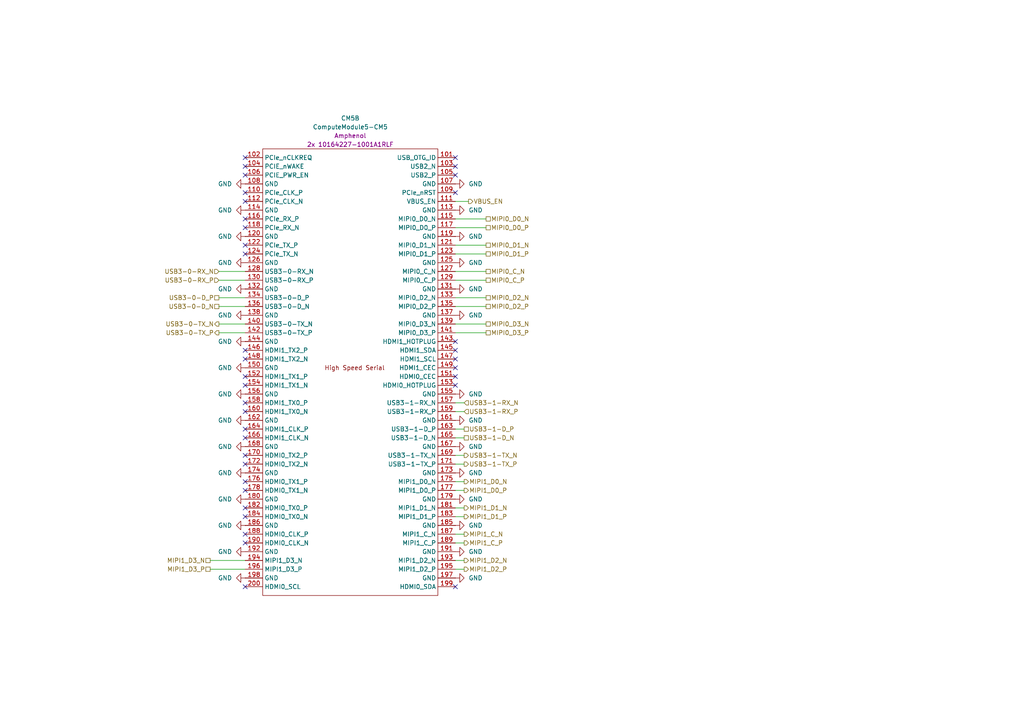
<source format=kicad_sch>
(kicad_sch (version 20250114) (generator "eeschema") (generator_version "9.0")
  (paper "A4")
  (title_block (title "BETA MAIN BOARD - CM5 - High Speed Interface"))
  (lib_symbols
    (symbol "CM5IO:ComputeModule5-CM5"
      (property "Reference" "Module" (at 113.03 -68.58 0))
      (property "Value" "ComputeModule5-CM5" (at 140.97 2.54 0))
      (property "Field4" "Amphenol" (at 0 0 0))
      (property "Field5" "2x 10164227-1001A1RLF" (at 0 -2.54 0))
      (symbol "ComputeModule5-CM5_1_0"
        (text "GPIO" (at 0 6.35 0) (effects (font (size 1.27 1.27))))
      )
      (symbol "ComputeModule5-CM5_1_1"
        (rectangle (start -30.48 -71.12) (end 25.4 58.42))
        (text "600mA Max" (at -8.89 -48.26 0) (effects (font (size 1.27 1.27))))
        (text "600mA Max" (at -8.89 -53.34 0) (effects (font (size 1.27 1.27))))
        (text "NB SD signals are only available" (at -1.27 -27.94 0) (effects (font (size 1.27 1.27))))
        (text "on modules without eMMC" (at -1.27 -30.48 0) (effects (font (size 1.27 1.27))))
        (pin power_in line (at -33.02 55.88 0) (length 2.54) (name "GND") (number "2"))
        (pin passive line (at -33.02 53.34 0) (length 2.54) (name "Ethernet_Pair1_P") (number "4"))
        (pin passive line (at -33.02 50.8 0) (length 2.54) (name "Ethernet_Pair1_N") (number "6"))
        (pin power_in line (at -33.02 48.26 0) (length 2.54) (name "GND") (number "8"))
        (pin passive line (at -33.02 45.72 0) (length 2.54) (name "Ethernet_Pair0_N") (number "10"))
        (pin passive line (at -33.02 43.18 0) (length 2.54) (name "Ethernet_Pair0_P") (number "12"))
        (pin power_in line (at -33.02 40.64 0) (length 2.54) (name "GND") (number "14"))
        (pin input line (at -33.02 38.1 0) (length 2.54) (name "FAN_TACHO") (number "16"))
        (pin input line (at -33.02 35.56 0) (length 2.54) (name "Ethernet_SYNC_OUT(3.3v)") (number "18"))
        (pin passive line (at -33.02 33.02 0) (length 2.54) (name "EEPROM_nWP") (number "20"))
        (pin power_in line (at -33.02 30.48 0) (length 2.54) (name "GND") (number "22"))
        (pin passive line (at -33.02 27.94 0) (length 2.54) (name "GPIO26") (number "24"))
        (pin passive line (at -33.02 25.4 0) (length 2.54) (name "GPIO19") (number "26"))
        (pin passive line (at -33.02 22.86 0) (length 2.54) (name "GPIO13") (number "28"))
        (pin passive line (at -33.02 20.32 0) (length 2.54) (name "GPIO6") (number "30"))
        (pin power_in line (at -33.02 17.78 0) (length 2.54) (name "GND") (number "32"))
        (pin passive line (at -33.02 15.24 0) (length 2.54) (name "GPIO5") (number "34"))
        (pin passive line (at -33.02 12.7 0) (length 2.54) (name "ID_SD") (number "36"))
        (pin passive line (at -33.02 10.16 0) (length 2.54) (name "GPIO11") (number "38"))
        (pin passive line (at -33.02 7.62 0) (length 2.54) (name "GPIO9") (number "40"))
        (pin power_in line (at -33.02 5.08 0) (length 2.54) (name "GND") (number "42"))
        (pin passive line (at -33.02 2.54 0) (length 2.54) (name "GPIO10") (number "44"))
        (pin passive line (at -33.02 0 0) (length 2.54) (name "GPIO22") (number "46"))
        (pin passive line (at -33.02 -2.54 0) (length 2.54) (name "GPIO27") (number "48"))
        (pin passive line (at -33.02 -5.08 0) (length 2.54) (name "GPIO17") (number "50"))
        (pin power_in line (at -33.02 -7.62 0) (length 2.54) (name "GND") (number "52"))
        (pin passive line (at -33.02 -10.16 0) (length 2.54) (name "GPIO4") (number "54"))
        (pin passive line (at -33.02 -12.7 0) (length 2.54) (name "GPIO3") (number "56"))
        (pin passive line (at -33.02 -15.24 0) (length 2.54) (name "GPIO2") (number "58"))
        (pin power_in line (at -33.02 -17.78 0) (length 2.54) (name "GND") (number "60"))
        (pin passive line (at -33.02 -20.32 0) (length 2.54) (name "SD_CMD") (number "62"))
        (pin passive line (at -33.02 -22.86 0) (length 2.54) (name "SD_DAT5") (number "64"))
        (pin power_in line (at -33.02 -25.4 0) (length 2.54) (name "GND") (number "66"))
        (pin passive line (at -33.02 -27.94 0) (length 2.54) (name "SD_DAT4") (number "68"))
        (pin passive line (at -33.02 -30.48 0) (length 2.54) (name "SD_DAT7") (number "70"))
        (pin passive line (at -33.02 -33.02 0) (length 2.54) (name "SD_DAT6") (number "72"))
        (pin power_in line (at -33.02 -35.56 0) (length 2.54) (name "GND") (number "74"))
        (pin passive line (at -33.02 -38.1 0) (length 2.54) (name "VBAT") (number "76"))
        (pin power_in line (at -33.02 -40.64 0) (length 2.54) (name "GPIO_VREF(1.8v/3.3v_Input)") (number "78"))
        (pin passive line (at -33.02 -43.18 0) (length 2.54) (name "SCL0") (number "80"))
        (pin passive line (at -33.02 -45.72 0) (length 2.54) (name "SDA0") (number "82"))
        (pin power_out line (at -33.02 -48.26 0) (length 2.54) (name "+3.3v_(Output)") (number "84"))
        (pin passive line (at -33.02 -50.8 0) (length 2.54) (name "+3.3v_(Output)") (number "86"))
        (pin power_out line (at -33.02 -53.34 0) (length 2.54) (name "+1.8v_(Output)") (number "88"))
        (pin passive line (at -33.02 -55.88 0) (length 2.54) (name "+1.8v_(Output)") (number "90"))
        (pin passive line (at -33.02 -58.42 0) (length 2.54) (name "PWR_BUT") (number "92"))
        (pin passive line (at -33.02 -60.96 0) (length 2.54) (name "CC1") (number "94"))
        (pin passive line (at -33.02 -63.5 0) (length 2.54) (name "CC2") (number "96"))
        (pin power_in line (at -33.02 -66.04 0) (length 2.54) (name "GND") (number "98"))
        (pin passive line (at -33.02 -68.58 0) (length 2.54) (name "CAM_GPIO1") (number "100"))
        (pin power_in line (at 27.94 55.88 180) (length 2.54) (name "GND") (number "1"))
        (pin passive line (at 27.94 53.34 180) (length 2.54) (name "Ethernet_Pair3_P") (number "3"))
        (pin passive line (at 27.94 50.8 180) (length 2.54) (name "Ethernet_Pair3_N") (number "5"))
        (pin power_in line (at 27.94 48.26 180) (length 2.54) (name "GND") (number "7"))
        (pin passive line (at 27.94 45.72 180) (length 2.54) (name "Ethernet_Pair2_N") (number "9"))
        (pin passive line (at 27.94 43.18 180) (length 2.54) (name "Ethernet_Pair2_P") (number "11"))
        (pin power_in line (at 27.94 40.64 180) (length 2.54) (name "GND") (number "13"))
        (pin output line (at 27.94 38.1 180) (length 2.54) (name "Ethernet_nLED3(3.3v)") (number "15"))
        (pin output line (at 27.94 35.56 180) (length 2.54) (name "Ethernet_nLED2(3.3v)") (number "17"))
        (pin output line (at 27.94 33.02 180) (length 2.54) (name "FAN_PWM") (number "19"))
        (pin open_collector line (at 27.94 30.48 180) (length 2.54) (name "LED_nACT") (number "21"))
        (pin power_in line (at 27.94 27.94 180) (length 2.54) (name "GND") (number "23"))
        (pin passive line (at 27.94 25.4 180) (length 2.54) (name "GPIO21") (number "25"))
        (pin passive line (at 27.94 22.86 180) (length 2.54) (name "GPIO20") (number "27"))
        (pin passive line (at 27.94 20.32 180) (length 2.54) (name "GPIO16") (number "29"))
        (pin passive line (at 27.94 17.78 180) (length 2.54) (name "GPIO12") (number "31"))
        (pin power_in line (at 27.94 15.24 180) (length 2.54) (name "GND") (number "33"))
        (pin passive line (at 27.94 12.7 180) (length 2.54) (name "ID_SC") (number "35"))
        (pin passive line (at 27.94 10.16 180) (length 2.54) (name "GPIO7") (number "37"))
        (pin passive line (at 27.94 7.62 180) (length 2.54) (name "GPIO8") (number "39"))
        (pin passive line (at 27.94 5.08 180) (length 2.54) (name "GPIO25") (number "41"))
        (pin power_in line (at 27.94 2.54 180) (length 2.54) (name "GND") (number "43"))
        (pin passive line (at 27.94 0 180) (length 2.54) (name "GPIO24") (number "45"))
        (pin passive line (at 27.94 -2.54 180) (length 2.54) (name "GPIO23") (number "47"))
        (pin passive line (at 27.94 -5.08 180) (length 2.54) (name "GPIO18") (number "49"))
        (pin passive line (at 27.94 -7.62 180) (length 2.54) (name "GPIO15") (number "51"))
        (pin power_in line (at 27.94 -10.16 180) (length 2.54) (name "GND") (number "53"))
        (pin passive line (at 27.94 -12.7 180) (length 2.54) (name "GPIO14") (number "55"))
        (pin passive line (at 27.94 -15.24 180) (length 2.54) (name "SD_CLK") (number "57"))
        (pin power_in line (at 27.94 -17.78 180) (length 2.54) (name "GND") (number "59"))
        (pin passive line (at 27.94 -20.32 180) (length 2.54) (name "SD_DAT3") (number "61"))
        (pin passive line (at 27.94 -22.86 180) (length 2.54) (name "SD_DAT0") (number "63"))
        (pin power_in line (at 27.94 -25.4 180) (length 2.54) (name "GND") (number "65"))
        (pin passive line (at 27.94 -27.94 180) (length 2.54) (name "SD_DAT1") (number "67"))
        (pin passive line (at 27.94 -30.48 180) (length 2.54) (name "SD_DAT2") (number "69"))
        (pin power_in line (at 27.94 -33.02 180) (length 2.54) (name "GND") (number "71"))
        (pin input line (at 27.94 -35.56 180) (length 2.54) (name "SD_VDD_Override") (number "73"))
        (pin output line (at 27.94 -38.1 180) (length 2.54) (name "SD_PWR_ON") (number "75"))
        (pin power_in line (at 27.94 -40.64 180) (length 2.54) (name "+5v_(Input)") (number "77"))
        (pin power_in line (at 27.94 -43.18 180) (length 2.54) (name "+5v_(Input)") (number "79"))
        (pin power_in line (at 27.94 -45.72 180) (length 2.54) (name "+5v_(Input)") (number "81"))
        (pin power_in line (at 27.94 -48.26 180) (length 2.54) (name "+5v_(Input)") (number "83"))
        (pin power_in line (at 27.94 -50.8 180) (length 2.54) (name "+5v_(Input)") (number "85"))
        (pin power_in line (at 27.94 -53.34 180) (length 2.54) (name "+5v_(Input)") (number "87"))
        (pin input line (at 27.94 -55.88 180) (length 2.54) (name "WiFi_nDisable") (number "89"))
        (pin input line (at 27.94 -58.42 180) (length 2.54) (name "BT_nDisable") (number "91"))
        (pin input line (at 27.94 -60.96 180) (length 2.54) (name "nRPIBOOT") (number "93"))
        (pin output line (at 27.94 -63.5 180) (length 2.54) (name "LED_nPWR") (number "95"))
        (pin passive line (at 27.94 -66.04 180) (length 2.54) (name "CAM_GPIO0") (number "97"))
        (pin input line (at 27.94 -68.58 180) (length 2.54) (name "PMIC_ENABLE") (number "99"))
      )
      (symbol "ComputeModule5-CM5_2_1"
        (rectangle (start 114.3 -66.04) (end 165.1 63.5))
        (text "High Speed Serial" (at 140.97 0 0) (effects (font (size 1.27 1.27))))
        (pin input line (at 109.22 60.96 0) (length 5.08) (name "PCIe_nCLKREQ") (number "102"))
        (pin input line (at 109.22 58.42 0) (length 5.08) (name "PCIE_nWAKE") (number "104"))
        (pin output line (at 109.22 55.88 0) (length 5.08) (name "PCIE_PWR_EN") (number "106"))
        (pin power_in line (at 109.22 53.34 0) (length 5.08) (name "GND") (number "108"))
        (pin output line (at 109.22 50.8 0) (length 5.08) (name "PCIe_CLK_P") (number "110"))
        (pin output line (at 109.22 48.26 0) (length 5.08) (name "PCIe_CLK_N") (number "112"))
        (pin power_in line (at 109.22 45.72 0) (length 5.08) (name "GND") (number "114"))
        (pin input line (at 109.22 43.18 0) (length 5.08) (name "PCIe_RX_P") (number "116"))
        (pin input line (at 109.22 40.64 0) (length 5.08) (name "PCIe_RX_N") (number "118"))
        (pin power_in line (at 109.22 38.1 0) (length 5.08) (name "GND") (number "120"))
        (pin output line (at 109.22 35.56 0) (length 5.08) (name "PCIe_TX_P") (number "122"))
        (pin output line (at 109.22 33.02 0) (length 5.08) (name "PCIe_TX_N") (number "124"))
        (pin power_in line (at 109.22 30.48 0) (length 5.08) (name "GND") (number "126"))
        (pin input line (at 109.22 27.94 0) (length 5.08) (name "USB3-0-RX_N") (number "128"))
        (pin input line (at 109.22 25.4 0) (length 5.08) (name "USB3-0-RX_P") (number "130"))
        (pin power_in line (at 109.22 22.86 0) (length 5.08) (name "GND") (number "132"))
        (pin passive line (at 109.22 20.32 0) (length 5.08) (name "USB3-0-D_P") (number "134"))
        (pin passive line (at 109.22 17.78 0) (length 5.08) (name "USB3-0-D_N") (number "136"))
        (pin power_in line (at 109.22 15.24 0) (length 5.08) (name "GND") (number "138"))
        (pin output line (at 109.22 12.7 0) (length 5.08) (name "USB3-0-TX_N") (number "140"))
        (pin output line (at 109.22 10.16 0) (length 5.08) (name "USB3-0-TX_P") (number "142"))
        (pin power_in line (at 109.22 7.62 0) (length 5.08) (name "GND") (number "144"))
        (pin output line (at 109.22 5.08 0) (length 5.08) (name "HDMI1_TX2_P") (number "146"))
        (pin output line (at 109.22 2.54 0) (length 5.08) (name "HDMI1_TX2_N") (number "148"))
        (pin power_in line (at 109.22 0 0) (length 5.08) (name "GND") (number "150"))
        (pin output line (at 109.22 -2.54 0) (length 5.08) (name "HDMI1_TX1_P") (number "152"))
        (pin output line (at 109.22 -5.08 0) (length 5.08) (name "HDMI1_TX1_N") (number "154"))
        (pin power_in line (at 109.22 -7.62 0) (length 5.08) (name "GND") (number "156"))
        (pin output line (at 109.22 -10.16 0) (length 5.08) (name "HDMI1_TX0_P") (number "158"))
        (pin output line (at 109.22 -12.7 0) (length 5.08) (name "HDMI1_TX0_N") (number "160"))
        (pin power_in line (at 109.22 -15.24 0) (length 5.08) (name "GND") (number "162"))
        (pin output line (at 109.22 -17.78 0) (length 5.08) (name "HDMI1_CLK_P") (number "164"))
        (pin output line (at 109.22 -20.32 0) (length 5.08) (name "HDMI1_CLK_N") (number "166"))
        (pin power_in line (at 109.22 -22.86 0) (length 5.08) (name "GND") (number "168"))
        (pin output line (at 109.22 -25.4 0) (length 5.08) (name "HDMI0_TX2_P") (number "170"))
        (pin output line (at 109.22 -27.94 0) (length 5.08) (name "HDMI0_TX2_N") (number "172"))
        (pin power_in line (at 109.22 -30.48 0) (length 5.08) (name "GND") (number "174"))
        (pin output line (at 109.22 -33.02 0) (length 5.08) (name "HDMI0_TX1_P") (number "176"))
        (pin output line (at 109.22 -35.56 0) (length 5.08) (name "HDMI0_TX1_N") (number "178"))
        (pin power_in line (at 109.22 -38.1 0) (length 5.08) (name "GND") (number "180"))
        (pin output line (at 109.22 -40.64 0) (length 5.08) (name "HDMI0_TX0_P") (number "182"))
        (pin output line (at 109.22 -43.18 0) (length 5.08) (name "HDMI0_TX0_N") (number "184"))
        (pin power_in line (at 109.22 -45.72 0) (length 5.08) (name "GND") (number "186"))
        (pin output line (at 109.22 -48.26 0) (length 5.08) (name "HDMI0_CLK_P") (number "188"))
        (pin output line (at 109.22 -50.8 0) (length 5.08) (name "HDMI0_CLK_N") (number "190"))
        (pin power_in line (at 109.22 -53.34 0) (length 5.08) (name "GND") (number "192"))
        (pin output line (at 109.22 -55.88 0) (length 5.08) (name "MIPI1_D3_N") (number "194"))
        (pin output line (at 109.22 -58.42 0) (length 5.08) (name "MIPI1_D3_P") (number "196"))
        (pin power_in line (at 109.22 -60.96 0) (length 5.08) (name "GND") (number "198"))
        (pin open_collector line (at 109.22 -63.5 0) (length 5.08) (name "HDMI0_SCL") (number "200"))
        (pin input line (at 170.18 60.96 180) (length 5.08) (name "USB_OTG_ID") (number "101"))
        (pin passive line (at 170.18 58.42 180) (length 5.08) (name "USB2_N") (number "103"))
        (pin passive line (at 170.18 55.88 180) (length 5.08) (name "USB2_P") (number "105"))
        (pin power_in line (at 170.18 53.34 180) (length 5.08) (name "GND") (number "107"))
        (pin output line (at 170.18 50.8 180) (length 5.08) (name "PCIe_nRST") (number "109"))
        (pin output line (at 170.18 48.26 180) (length 5.08) (name "VBUS_EN") (number "111"))
        (pin power_in line (at 170.18 45.72 180) (length 5.08) (name "GND") (number "113"))
        (pin input line (at 170.18 43.18 180) (length 5.08) (name "MIPI0_D0_N") (number "115"))
        (pin input line (at 170.18 40.64 180) (length 5.08) (name "MIPI0_D0_P") (number "117"))
        (pin power_in line (at 170.18 38.1 180) (length 5.08) (name "GND") (number "119"))
        (pin input line (at 170.18 35.56 180) (length 5.08) (name "MIPI0_D1_N") (number "121"))
        (pin input line (at 170.18 33.02 180) (length 5.08) (name "MIPI0_D1_P") (number "123"))
        (pin power_in line (at 170.18 30.48 180) (length 5.08) (name "GND") (number "125"))
        (pin input line (at 170.18 27.94 180) (length 5.08) (name "MIPI0_C_N") (number "127"))
        (pin input line (at 170.18 25.4 180) (length 5.08) (name "MIPI0_C_P") (number "129"))
        (pin power_in line (at 170.18 22.86 180) (length 5.08) (name "GND") (number "131"))
        (pin input line (at 170.18 20.32 180) (length 5.08) (name "MIPI0_D2_N") (number "133"))
        (pin input line (at 170.18 17.78 180) (length 5.08) (name "MIPI0_D2_P") (number "135"))
        (pin power_in line (at 170.18 15.24 180) (length 5.08) (name "GND") (number "137"))
        (pin input line (at 170.18 12.7 180) (length 5.08) (name "MIPI0_D3_N") (number "139"))
        (pin input line (at 170.18 10.16 180) (length 5.08) (name "MIPI0_D3_P") (number "141"))
        (pin input line (at 170.18 7.62 180) (length 5.08) (name "HDMI1_HOTPLUG") (number "143"))
        (pin bidirectional line (at 170.18 5.08 180) (length 5.08) (name "HDMI1_SDA") (number "145"))
        (pin open_collector line (at 170.18 2.54 180) (length 5.08) (name "HDMI1_SCL") (number "147"))
        (pin open_collector line (at 170.18 0 180) (length 5.08) (name "HDMI1_CEC") (number "149"))
        (pin open_collector line (at 170.18 -2.54 180) (length 5.08) (name "HDMI0_CEC") (number "151"))
        (pin input line (at 170.18 -5.08 180) (length 5.08) (name "HDMI0_HOTPLUG") (number "153"))
        (pin power_in line (at 170.18 -7.62 180) (length 5.08) (name "GND") (number "155"))
        (pin input line (at 170.18 -10.16 180) (length 5.08) (name "USB3-1-RX_N") (number "157"))
        (pin input line (at 170.18 -12.7 180) (length 5.08) (name "USB3-1-RX_P") (number "159"))
        (pin power_in line (at 170.18 -15.24 180) (length 5.08) (name "GND") (number "161"))
        (pin passive line (at 170.18 -17.78 180) (length 5.08) (name "USB3-1-D_P") (number "163"))
        (pin passive line (at 170.18 -20.32 180) (length 5.08) (name "USB3-1-D_N") (number "165"))
        (pin power_in line (at 170.18 -22.86 180) (length 5.08) (name "GND") (number "167"))
        (pin output line (at 170.18 -25.4 180) (length 5.08) (name "USB3-1-TX_N") (number "169"))
        (pin output line (at 170.18 -27.94 180) (length 5.08) (name "USB3-1-TX_P") (number "171"))
        (pin power_in line (at 170.18 -30.48 180) (length 5.08) (name "GND") (number "173"))
        (pin output line (at 170.18 -33.02 180) (length 5.08) (name "MIPI1_D0_N") (number "175"))
        (pin output line (at 170.18 -35.56 180) (length 5.08) (name "MIPI1_D0_P") (number "177"))
        (pin power_in line (at 170.18 -38.1 180) (length 5.08) (name "GND") (number "179"))
        (pin output line (at 170.18 -40.64 180) (length 5.08) (name "MIPI1_D1_N") (number "181"))
        (pin output line (at 170.18 -43.18 180) (length 5.08) (name "MIPI1_D1_P") (number "183"))
        (pin power_in line (at 170.18 -45.72 180) (length 5.08) (name "GND") (number "185"))
        (pin output line (at 170.18 -48.26 180) (length 5.08) (name "MIPI1_C_N") (number "187"))
        (pin output line (at 170.18 -50.8 180) (length 5.08) (name "MIPI1_C_P") (number "189"))
        (pin power_in line (at 170.18 -53.34 180) (length 5.08) (name "GND") (number "191"))
        (pin output line (at 170.18 -55.88 180) (length 5.08) (name "MIPI1_D2_N") (number "193"))
        (pin output line (at 170.18 -58.42 180) (length 5.08) (name "MIPI1_D2_P") (number "195"))
        (pin power_in line (at 170.18 -60.96 180) (length 5.08) (name "GND") (number "197"))
        (pin bidirectional line (at 170.18 -63.5 180) (length 5.08) (name "HDMI0_SDA") (number "199"))
      )
    )
    (symbol "power:GND" (power) (pin_numbers (hide yes)) (pin_names (offset 0) (hide yes))
      (property "Value" "GND" (at 0 -3.81 0))
      (symbol "GND_0_1"
        (polyline (pts (xy 0 0) (xy 0 -1.27) (xy 1.27 -1.27) (xy 0 -2.54) (xy -1.27 -1.27) (xy 0 -1.27)))
      )
      (symbol "GND_1_1"
        (pin power_in line (at 0 0 270) (length 0) (name "~") (number "1"))
      )
    )
  )
  (no_connect (at 71.12 139.7))
  (no_connect (at 71.12 73.66))
  (no_connect (at 71.12 124.46))
  (no_connect (at 71.12 63.5))
  (no_connect (at 132.08 45.72))
  (no_connect (at 71.12 142.24))
  (no_connect (at 132.08 55.88))
  (no_connect (at 71.12 109.22))
  (no_connect (at 71.12 45.72))
  (no_connect (at 71.12 55.88))
  (no_connect (at 132.08 109.22))
  (no_connect (at 71.12 134.62))
  (no_connect (at 132.08 50.8))
  (no_connect (at 71.12 104.14))
  (no_connect (at 71.12 58.42))
  (no_connect (at 132.08 170.18))
  (no_connect (at 71.12 71.12))
  (no_connect (at 132.08 101.6))
  (no_connect (at 71.12 170.18))
  (no_connect (at 71.12 111.76))
  (no_connect (at 71.12 119.38))
  (no_connect (at 71.12 149.86))
  (no_connect (at 132.08 48.26))
  (no_connect (at 132.08 106.68))
  (no_connect (at 132.08 104.14))
  (no_connect (at 71.12 116.84))
  (no_connect (at 71.12 101.6))
  (no_connect (at 132.08 111.76))
  (no_connect (at 71.12 132.08))
  (no_connect (at 71.12 66.04))
  (no_connect (at 71.12 127))
  (no_connect (at 71.12 154.94))
  (no_connect (at 71.12 157.48))
  (no_connect (at 132.08 99.06))
  (no_connect (at 71.12 50.8))
  (no_connect (at 71.12 147.32))
  (no_connect (at 71.12 48.26))
  (wire (pts (xy 132.08 157.48) (xy 134.62 157.48)))
  (wire (pts (xy 132.08 66.04) (xy 140.97 66.04)))
  (wire (pts (xy 132.08 132.08) (xy 134.62 132.08)))
  (wire (pts (xy 132.08 73.66) (xy 140.97 73.66)))
  (wire (pts (xy 132.08 58.42) (xy 135.89 58.42)))
  (wire (pts (xy 132.08 81.28) (xy 140.97 81.28)))
  (wire (pts (xy 132.08 93.98) (xy 140.97 93.98)))
  (wire (pts (xy 63.5 93.98) (xy 71.12 93.98)))
  (wire (pts (xy 132.08 162.56) (xy 134.62 162.56)))
  (wire (pts (xy 132.08 124.46) (xy 134.62 124.46)))
  (wire (pts (xy 63.5 78.74) (xy 71.12 78.74)))
  (wire (pts (xy 60.96 165.1) (xy 71.12 165.1)))
  (wire (pts (xy 60.96 162.56) (xy 71.12 162.56)))
  (wire (pts (xy 63.5 81.28) (xy 71.12 81.28)))
  (wire (pts (xy 132.08 147.32) (xy 134.62 147.32)))
  (wire (pts (xy 132.08 78.74) (xy 140.97 78.74)))
  (wire (pts (xy 132.08 88.9) (xy 140.97 88.9)))
  (wire (pts (xy 132.08 71.12) (xy 140.97 71.12)))
  (wire (pts (xy 132.08 139.7) (xy 134.62 139.7)))
  (wire (pts (xy 132.08 127) (xy 134.62 127)))
  (wire (pts (xy 132.08 119.38) (xy 134.62 119.38)))
  (wire (pts (xy 132.08 134.62) (xy 134.62 134.62)))
  (wire (pts (xy 132.08 116.84) (xy 134.62 116.84)))
  (wire (pts (xy 132.08 142.24) (xy 134.62 142.24)))
  (wire (pts (xy 132.08 165.1) (xy 134.62 165.1)))
  (wire (pts (xy 63.5 88.9) (xy 71.12 88.9)))
  (wire (pts (xy 132.08 96.52) (xy 140.97 96.52)))
  (wire (pts (xy 63.5 86.36) (xy 71.12 86.36)))
  (wire (pts (xy 132.08 86.36) (xy 140.97 86.36)))
  (wire (pts (xy 63.5 96.52) (xy 71.12 96.52)))
  (wire (pts (xy 132.08 154.94) (xy 134.62 154.94)))
  (wire (pts (xy 132.08 63.5) (xy 140.97 63.5)))
  (wire (pts (xy 132.08 149.86) (xy 134.62 149.86)))
  (hierarchical_label "USB3-0-D_N" (shape passive) (at 63.5 88.9 180))
  (hierarchical_label "USB3-0-D_P" (shape passive) (at 63.5 86.36 180))
  (hierarchical_label "USB3-0-TX_P" (shape output) (at 63.5 96.52 180))
  (hierarchical_label "MIPI1_D3_P" (shape passive) (at 60.96 165.1 180))
  (hierarchical_label "MIPI0_D0_N" (shape passive) (at 140.97 63.5 0))
  (hierarchical_label "USB3-1-RX_N" (shape input) (at 134.62 116.84 0))
  (hierarchical_label "USB3-1-TX_N" (shape output) (at 134.62 132.08 0))
  (hierarchical_label "MIPI1_C_N" (shape output) (at 134.62 154.94 0))
  (hierarchical_label "MIPI0_C_P" (shape passive) (at 140.97 81.28 0))
  (hierarchical_label "MIPI1_D1_P" (shape output) (at 134.62 149.86 0))
  (hierarchical_label "MIPI0_D2_N" (shape passive) (at 140.97 86.36 0))
  (hierarchical_label "MIPI1_D0_N" (shape output) (at 134.62 139.7 0))
  (hierarchical_label "MIPI0_C_N" (shape passive) (at 140.97 78.74 0))
  (hierarchical_label "MIPI0_D0_P" (shape passive) (at 140.97 66.04 0))
  (hierarchical_label "MIPI1_D3_N" (shape passive) (at 60.96 162.56 180))
  (hierarchical_label "MIPI1_D1_N" (shape output) (at 134.62 147.32 0))
  (hierarchical_label "USB3-1-RX_P" (shape input) (at 134.62 119.38 0))
  (hierarchical_label "MIPI1_C_P" (shape output) (at 134.62 157.48 0))
  (hierarchical_label "MIPI0_D2_P" (shape passive) (at 140.97 88.9 0))
  (hierarchical_label "USB3-1-D_N" (shape passive) (at 134.62 127 0))
  (hierarchical_label "USB3-1-TX_P" (shape output) (at 134.62 134.62 0))
  (hierarchical_label "USB3-1-D_P" (shape passive) (at 134.62 124.46 0))
  (hierarchical_label "MIPI0_D3_N" (shape passive) (at 140.97 93.98 0))
  (hierarchical_label "USB3-0-TX_N" (shape output) (at 63.5 93.98 180))
  (hierarchical_label "MIPI0_D3_P" (shape passive) (at 140.97 96.52 0))
  (hierarchical_label "MIPI0_D1_P" (shape passive) (at 140.97 73.66 0))
  (hierarchical_label "MIPI1_D2_P" (shape output) (at 134.62 165.1 0))
  (hierarchical_label "USB3-0-RX_N" (shape input) (at 63.5 78.74 180))
  (hierarchical_label "MIPI0_D1_N" (shape passive) (at 140.97 71.12 0))
  (hierarchical_label "VBUS_EN" (shape output) (at 135.89 58.42 0))
  (hierarchical_label "USB3-0-RX_P" (shape input) (at 63.5 81.28 180))
  (hierarchical_label "MIPI1_D0_P" (shape output) (at 134.62 142.24 0))
  (hierarchical_label "MIPI1_D2_N" (shape output) (at 134.62 162.56 0))
  (symbol (lib_id "power:GND") (at 132.08 152.4 90) (unit 1)
    (property "Reference" "#PWR063" (effects (hide yes)))
    (property "Value" "GND" (at 135.89 152.3999 90) (effects (justify right)))
    (property "Description" "Power symbol creates a global label with name \"GND\" , ground" (effects (hide yes)))
  )
  (symbol (lib_id "power:GND") (at 71.12 91.44 270) (unit 1)
    (property "Reference" "#PWR041" (effects (hide yes)))
    (property "Value" "GND" (at 67.31 91.4399 90) (effects (justify right)))
    (property "Description" "Power symbol creates a global label with name \"GND\" , ground" (effects (hide yes)))
  )
  (symbol (lib_id "power:GND") (at 71.12 53.34 270) (unit 1)
    (property "Reference" "#PWR036" (effects (hide yes)))
    (property "Value" "GND" (at 67.31 53.3399 90) (effects (justify right)))
    (property "Description" "Power symbol creates a global label with name \"GND\" , ground" (effects (hide yes)))
  )
  (symbol (lib_id "power:GND") (at 71.12 68.58 270) (unit 1)
    (property "Reference" "#PWR038" (effects (hide yes)))
    (property "Value" "GND" (at 67.31 68.5799 90) (effects (justify right)))
    (property "Description" "Power symbol creates a global label with name \"GND\" , ground" (effects (hide yes)))
  )
  (symbol (lib_id "power:GND") (at 71.12 160.02 270) (unit 1)
    (property "Reference" "#PWR050" (effects (hide yes)))
    (property "Value" "GND" (at 67.31 160.0199 90) (effects (justify right)))
    (property "Description" "Power symbol creates a global label with name \"GND\" , ground" (effects (hide yes)))
  )
  (symbol (lib_id "power:GND") (at 71.12 144.78 270) (unit 1)
    (property "Reference" "#PWR048" (effects (hide yes)))
    (property "Value" "GND" (at 67.31 144.7799 90) (effects (justify right)))
    (property "Description" "Power symbol creates a global label with name \"GND\" , ground" (effects (hide yes)))
  )
  (symbol (lib_id "power:GND") (at 132.08 144.78 90) (unit 1)
    (property "Reference" "#PWR062" (effects (hide yes)))
    (property "Value" "GND" (at 135.89 144.7799 90) (effects (justify right)))
    (property "Description" "Power symbol creates a global label with name \"GND\" , ground" (effects (hide yes)))
  )
  (symbol (lib_id "power:GND") (at 71.12 114.3 270) (unit 1)
    (property "Reference" "#PWR044" (effects (hide yes)))
    (property "Value" "GND" (at 67.31 114.2999 90) (effects (justify right)))
    (property "Description" "Power symbol creates a global label with name \"GND\" , ground" (effects (hide yes)))
  )
  (symbol (lib_id "power:GND") (at 132.08 160.02 90) (unit 1)
    (property "Reference" "#PWR064" (effects (hide yes)))
    (property "Value" "GND" (at 135.89 160.0199 90) (effects (justify right)))
    (property "Description" "Power symbol creates a global label with name \"GND\" , ground" (effects (hide yes)))
  )
  (symbol (lib_id "power:GND") (at 132.08 121.92 90) (unit 1)
    (property "Reference" "#PWR059" (effects (hide yes)))
    (property "Value" "GND" (at 135.89 121.9199 90) (effects (justify right)))
    (property "Description" "Power symbol creates a global label with name \"GND\" , ground" (effects (hide yes)))
  )
  (symbol (lib_id "power:GND") (at 71.12 106.68 270) (unit 1)
    (property "Reference" "#PWR043" (effects (hide yes)))
    (property "Value" "GND" (at 67.31 106.6799 90) (effects (justify right)))
    (property "Description" "Power symbol creates a global label with name \"GND\" , ground" (effects (hide yes)))
  )
  (symbol (lib_id "power:GND") (at 71.12 83.82 270) (unit 1)
    (property "Reference" "#PWR040" (effects (hide yes)))
    (property "Value" "GND" (at 67.31 83.8199 90) (effects (justify right)))
    (property "Description" "Power symbol creates a global label with name \"GND\" , ground" (effects (hide yes)))
  )
  (symbol (lib_id "power:GND") (at 71.12 76.2 270) (unit 1)
    (property "Reference" "#PWR039" (effects (hide yes)))
    (property "Value" "GND" (at 67.31 76.1999 90) (effects (justify right)))
    (property "Description" "Power symbol creates a global label with name \"GND\" , ground" (effects (hide yes)))
  )
  (symbol (lib_id "power:GND") (at 71.12 129.54 270) (unit 1)
    (property "Reference" "#PWR046" (effects (hide yes)))
    (property "Value" "GND" (at 67.31 129.5399 90) (effects (justify right)))
    (property "Description" "Power symbol creates a global label with name \"GND\" , ground" (effects (hide yes)))
  )
  (symbol (lib_id "power:GND") (at 132.08 167.64 90) (unit 1)
    (property "Reference" "#PWR065" (effects (hide yes)))
    (property "Value" "GND" (at 135.89 167.6399 90) (effects (justify right)))
    (property "Description" "Power symbol creates a global label with name \"GND\" , ground" (effects (hide yes)))
  )
  (symbol (lib_id "power:GND") (at 132.08 91.44 90) (unit 1)
    (property "Reference" "#PWR057" (effects (hide yes)))
    (property "Value" "GND" (at 135.89 91.4399 90) (effects (justify right)))
    (property "Description" "Power symbol creates a global label with name \"GND\" , ground" (effects (hide yes)))
  )
  (symbol (lib_id "power:GND") (at 71.12 152.4 270) (unit 1)
    (property "Reference" "#PWR049" (effects (hide yes)))
    (property "Value" "GND" (at 67.31 152.3999 90) (effects (justify right)))
    (property "Description" "Power symbol creates a global label with name \"GND\" , ground" (effects (hide yes)))
  )
  (symbol (lib_id "power:GND") (at 71.12 121.92 270) (unit 1)
    (property "Reference" "#PWR045" (effects (hide yes)))
    (property "Value" "GND" (at 67.31 121.9199 90) (effects (justify right)))
    (property "Description" "Power symbol creates a global label with name \"GND\" , ground" (effects (hide yes)))
  )
  (symbol (lib_id "power:GND") (at 71.12 137.16 270) (unit 1)
    (property "Reference" "#PWR047" (effects (hide yes)))
    (property "Value" "GND" (at 67.31 137.1599 90) (effects (justify right)))
    (property "Description" "Power symbol creates a global label with name \"GND\" , ground" (effects (hide yes)))
  )
  (symbol (lib_id "power:GND") (at 132.08 53.34 90) (unit 1)
    (property "Reference" "#PWR052" (effects (hide yes)))
    (property "Value" "GND" (at 135.89 53.3399 90) (effects (justify right)))
    (property "Description" "Power symbol creates a global label with name \"GND\" , ground" (effects (hide yes)))
  )
  (symbol (lib_id "power:GND") (at 132.08 76.2 90) (unit 1)
    (property "Reference" "#PWR055" (effects (hide yes)))
    (property "Value" "GND" (at 135.89 76.1999 90) (effects (justify right)))
    (property "Description" "Power symbol creates a global label with name \"GND\" , ground" (effects (hide yes)))
  )
  (symbol (lib_id "CM5IO:ComputeModule5-CM5") (at -38.1 106.68 0) (unit 2)
    (property "Reference" "CM5" (at 101.6 34.29 0))
    (property "Value" "ComputeModule5-CM5" (at 101.6 36.83 0))
    (property "Footprint" "CM5IO:Raspberry-Pi-5-Compute-Module" (effects (hide yes)))
    (property "Description" "RaspberryPi Compute module 5" (effects (hide yes)))
    (property "Field4" "Amphenol" (at 101.6 39.37 0))
    (property "Field5" "2x 10164227-1001A1RLF" (at 101.6 41.91 0))
  )
  (symbol (lib_id "power:GND") (at 132.08 129.54 90) (unit 1)
    (property "Reference" "#PWR060" (effects (hide yes)))
    (property "Value" "GND" (at 135.89 129.5399 90) (effects (justify right)))
    (property "Description" "Power symbol creates a global label with name \"GND\" , ground" (effects (hide yes)))
  )
  (symbol (lib_id "power:GND") (at 132.08 137.16 90) (unit 1)
    (property "Reference" "#PWR061" (effects (hide yes)))
    (property "Value" "GND" (at 135.89 137.1599 90) (effects (justify right)))
    (property "Description" "Power symbol creates a global label with name \"GND\" , ground" (effects (hide yes)))
  )
  (symbol (lib_id "power:GND") (at 132.08 68.58 90) (unit 1)
    (property "Reference" "#PWR054" (effects (hide yes)))
    (property "Value" "GND" (at 135.89 68.5799 90) (effects (justify right)))
    (property "Description" "Power symbol creates a global label with name \"GND\" , ground" (effects (hide yes)))
  )
  (symbol (lib_id "power:GND") (at 71.12 99.06 270) (unit 1)
    (property "Reference" "#PWR042" (effects (hide yes)))
    (property "Value" "GND" (at 67.31 99.0599 90) (effects (justify right)))
    (property "Description" "Power symbol creates a global label with name \"GND\" , ground" (effects (hide yes)))
  )
  (symbol (lib_id "power:GND") (at 132.08 60.96 90) (unit 1)
    (property "Reference" "#PWR053" (effects (hide yes)))
    (property "Value" "GND" (at 135.89 60.9599 90) (effects (justify right)))
    (property "Description" "Power symbol creates a global label with name \"GND\" , ground" (effects (hide yes)))
  )
  (symbol (lib_id "power:GND") (at 132.08 83.82 90) (unit 1)
    (property "Reference" "#PWR056" (effects (hide yes)))
    (property "Value" "GND" (at 135.89 83.8199 90) (effects (justify right)))
    (property "Description" "Power symbol creates a global label with name \"GND\" , ground" (effects (hide yes)))
  )
  (symbol (lib_id "power:GND") (at 132.08 114.3 90) (unit 1)
    (property "Reference" "#PWR058" (effects (hide yes)))
    (property "Value" "GND" (at 135.89 114.2999 90) (effects (justify right)))
    (property "Description" "Power symbol creates a global label with name \"GND\" , ground" (effects (hide yes)))
  )
  (symbol (lib_id "power:GND") (at 71.12 60.96 270) (unit 1)
    (property "Reference" "#PWR037" (effects (hide yes)))
    (property "Value" "GND" (at 67.31 60.9599 90) (effects (justify right)))
    (property "Description" "Power symbol creates a global label with name \"GND\" , ground" (effects (hide yes)))
  )
  (symbol (lib_id "power:GND") (at 71.12 167.64 270) (unit 1)
    (property "Reference" "#PWR051" (effects (hide yes)))
    (property "Value" "GND" (at 67.31 167.6399 90) (effects (justify right)))
    (property "Description" "Power symbol creates a global label with name \"GND\" , ground" (effects (hide yes)))
  )
)
</source>
